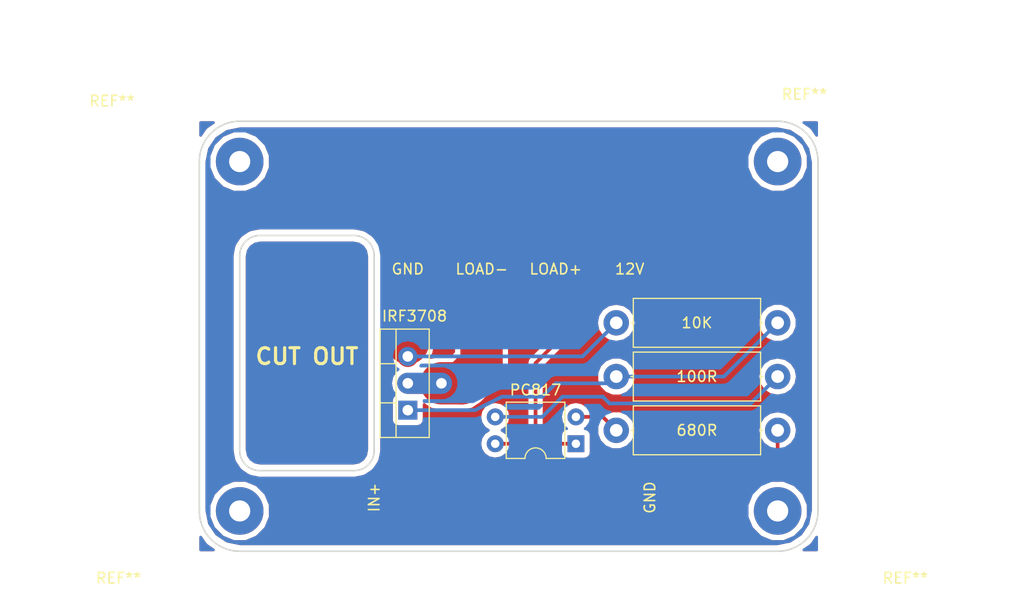
<source format=kicad_pcb>
(kicad_pcb (version 4) (host pcbnew 4.0.5)

  (general
    (links 11)
    (no_connects 0)
    (area 133.274999 58.344999 191.845001 99.135001)
    (thickness 1.6)
    (drawings 21)
    (tracks 44)
    (zones 0)
    (modules 15)
    (nets 9)
  )

  (page A4)
  (layers
    (0 F.Cu signal)
    (31 B.Cu signal)
    (32 B.Adhes user)
    (33 F.Adhes user)
    (34 B.Paste user)
    (35 F.Paste user)
    (36 B.SilkS user)
    (37 F.SilkS user)
    (38 B.Mask user)
    (39 F.Mask user)
    (40 Dwgs.User user)
    (41 Cmts.User user)
    (42 Eco1.User user)
    (43 Eco2.User user)
    (44 Edge.Cuts user)
    (45 Margin user)
    (46 B.CrtYd user)
    (47 F.CrtYd user)
    (48 B.Fab user)
    (49 F.Fab user)
  )

  (setup
    (last_trace_width 0.1524)
    (user_trace_width 0.35)
    (user_trace_width 2)
    (user_trace_width 3)
    (user_trace_width 4)
    (user_trace_width 5)
    (user_trace_width 6)
    (trace_clearance 0.1524)
    (zone_clearance 0.5)
    (zone_45_only no)
    (trace_min 0.1524)
    (segment_width 0.2)
    (edge_width 0.15)
    (via_size 0.6858)
    (via_drill 0.3302)
    (via_min_size 0.6858)
    (via_min_drill 0.3302)
    (user_via 2 1)
    (user_via 3 2)
    (user_via 4 3)
    (user_via 6 5)
    (uvia_size 0.762)
    (uvia_drill 0.508)
    (uvias_allowed no)
    (uvia_min_size 0.01016)
    (uvia_min_drill 0.00254)
    (pcb_text_width 0.3)
    (pcb_text_size 1.5 1.5)
    (mod_edge_width 0.15)
    (mod_text_size 1 1)
    (mod_text_width 0.15)
    (pad_size 1.524 1.524)
    (pad_drill 0.762)
    (pad_to_mask_clearance 0.2)
    (aux_axis_origin 0 0)
    (visible_elements 7FFFFFFF)
    (pcbplotparams
      (layerselection 0x010f0_80000001)
      (usegerberextensions false)
      (excludeedgelayer true)
      (linewidth 0.100000)
      (plotframeref false)
      (viasonmask false)
      (mode 1)
      (useauxorigin false)
      (hpglpennumber 1)
      (hpglpenspeed 20)
      (hpglpendiameter 15)
      (hpglpenoverlay 2)
      (psnegative false)
      (psa4output false)
      (plotreference true)
      (plotvalue true)
      (plotinvisibletext false)
      (padsonsilk false)
      (subtractmaskfromsilk false)
      (outputformat 5)
      (mirror false)
      (drillshape 0)
      (scaleselection 1)
      (outputdirectory ""))
  )

  (net 0 "")
  (net 1 "Net-(12V1-Pad1)")
  (net 2 "Net-(GND1-Pad1)")
  (net 3 "Net-(GND2-Pad1)")
  (net 4 "Net-(IRF3708-Pad1)")
  (net 5 "Net-(IRF3708-Pad2)")
  (net 6 "Net-(OC1-Pad3)")
  (net 7 "Net-(OC1-Pad2)")
  (net 8 "Net-(IN1-Pad1)")

  (net_class Default "Dies ist die voreingestellte Netzklasse."
    (clearance 0.1524)
    (trace_width 0.1524)
    (via_dia 0.6858)
    (via_drill 0.3302)
    (uvia_dia 0.762)
    (uvia_drill 0.508)
    (add_net "Net-(GND1-Pad1)")
    (add_net "Net-(IN1-Pad1)")
    (add_net "Net-(IRF3708-Pad1)")
    (add_net "Net-(OC1-Pad2)")
    (add_net "Net-(OC1-Pad3)")
  )

  (net_class Hochstrom ""
    (clearance 0.2)
    (trace_width 2)
    (via_dia 0.6858)
    (via_drill 0.3302)
    (uvia_dia 0.762)
    (uvia_drill 0.508)
    (add_net "Net-(12V1-Pad1)")
    (add_net "Net-(GND2-Pad1)")
    (add_net "Net-(IRF3708-Pad2)")
  )

  (module Wire_Pads:SolderWirePad_single_2mmDrill (layer F.Cu) (tedit 593EBDDC) (tstamp 593EBD45)
    (at 187.96 95.25)
    (fp_text reference REF** (at 12.065 6.35) (layer F.SilkS)
      (effects (font (size 1 1) (thickness 0.15)))
    )
    (fp_text value SolderWirePad_single_2mmDrill (at 8.89 8.89) (layer F.Fab)
      (effects (font (size 1 1) (thickness 0.15)))
    )
    (pad 1 thru_hole circle (at 0 0) (size 4.50088 4.50088) (drill 1.99898) (layers *.Cu *.Mask))
  )

  (module Wire_Pads:SolderWirePad_single_2mmDrill (layer F.Cu) (tedit 593EBDC0) (tstamp 593EBD39)
    (at 187.96 62.23)
    (fp_text reference REF** (at 2.54 -6.35) (layer F.SilkS)
      (effects (font (size 1 1) (thickness 0.15)))
    )
    (fp_text value SolderWirePad_single_2mmDrill (at 11.43 -8.89) (layer F.Fab)
      (effects (font (size 1 1) (thickness 0.15)))
    )
    (pad 1 thru_hole circle (at 0 0) (size 4.50088 4.50088) (drill 1.99898) (layers *.Cu *.Mask))
  )

  (module Wire_Pads:SolderWirePad_single_2mmDrill (layer F.Cu) (tedit 593EBDD9) (tstamp 593EBD14)
    (at 137.16 95.25)
    (fp_text reference REF** (at -11.43 6.35) (layer F.SilkS)
      (effects (font (size 1 1) (thickness 0.15)))
    )
    (fp_text value SolderWirePad_single_2mmDrill (at -9.525 8.89) (layer F.Fab)
      (effects (font (size 1 1) (thickness 0.15)))
    )
    (pad 1 thru_hole circle (at 0 0) (size 4.50088 4.50088) (drill 1.99898) (layers *.Cu *.Mask))
  )

  (module Wire_Pads:SolderWirePad_single_SMD_5x10mm (layer F.Cu) (tedit 593EC2FB) (tstamp 593E8226)
    (at 173.99 66.04)
    (descr "Wire Pad, Square, SMD Pad,  5mm x 10mm,")
    (tags "MesurementPoint Square SMDPad 5mmx10mm ")
    (path /593E811F)
    (attr smd)
    (fp_text reference 12V (at 0 6.35) (layer F.SilkS)
      (effects (font (size 1 1) (thickness 0.15)))
    )
    (fp_text value 12V (at 0 6.35) (layer F.Fab)
      (effects (font (size 1 1) (thickness 0.15)))
    )
    (fp_line (start 2.75 -5.25) (end -2.75 -5.25) (layer F.CrtYd) (width 0.05))
    (fp_line (start 2.75 5.25) (end 2.75 -5.25) (layer F.CrtYd) (width 0.05))
    (fp_line (start -2.75 5.25) (end 2.75 5.25) (layer F.CrtYd) (width 0.05))
    (fp_line (start -2.75 -5.25) (end -2.75 5.25) (layer F.CrtYd) (width 0.05))
    (pad 1 smd rect (at 0 0) (size 5 10) (layers F.Cu F.Paste F.Mask)
      (net 1 "Net-(12V1-Pad1)"))
  )

  (module Wire_Pads:SolderWirePad_single_SMD_5x10mm (layer F.Cu) (tedit 593EC320) (tstamp 593E822F)
    (at 168.91 93.98 270)
    (descr "Wire Pad, Square, SMD Pad,  5mm x 10mm,")
    (tags "MesurementPoint Square SMDPad 5mmx10mm ")
    (path /593E8257)
    (attr smd)
    (fp_text reference GND (at 0 -6.985 270) (layer F.SilkS)
      (effects (font (size 1 1) (thickness 0.15)))
    )
    (fp_text value GND (at 0 -6.985 450) (layer F.Fab)
      (effects (font (size 1 1) (thickness 0.15)))
    )
    (fp_line (start 2.75 -5.25) (end -2.75 -5.25) (layer F.CrtYd) (width 0.05))
    (fp_line (start 2.75 5.25) (end 2.75 -5.25) (layer F.CrtYd) (width 0.05))
    (fp_line (start -2.75 5.25) (end 2.75 5.25) (layer F.CrtYd) (width 0.05))
    (fp_line (start -2.75 -5.25) (end -2.75 5.25) (layer F.CrtYd) (width 0.05))
    (pad 1 smd rect (at 0 0 270) (size 5 10) (layers F.Cu F.Paste F.Mask)
      (net 2 "Net-(GND1-Pad1)"))
  )

  (module Wire_Pads:SolderWirePad_single_SMD_5x10mm (layer F.Cu) (tedit 593EC2EE) (tstamp 593E8238)
    (at 153.035 66.04)
    (descr "Wire Pad, Square, SMD Pad,  5mm x 10mm,")
    (tags "MesurementPoint Square SMDPad 5mmx10mm ")
    (path /593E839B)
    (attr smd)
    (fp_text reference GND (at 0 6.35) (layer F.SilkS)
      (effects (font (size 1 1) (thickness 0.15)))
    )
    (fp_text value GND (at 0 6.35) (layer F.Fab)
      (effects (font (size 1 1) (thickness 0.15)))
    )
    (fp_line (start 2.75 -5.25) (end -2.75 -5.25) (layer F.CrtYd) (width 0.05))
    (fp_line (start 2.75 5.25) (end 2.75 -5.25) (layer F.CrtYd) (width 0.05))
    (fp_line (start -2.75 5.25) (end 2.75 5.25) (layer F.CrtYd) (width 0.05))
    (fp_line (start -2.75 -5.25) (end -2.75 5.25) (layer F.CrtYd) (width 0.05))
    (pad 1 smd rect (at 0 0) (size 5 10) (layers F.Cu F.Paste F.Mask)
      (net 3 "Net-(GND2-Pad1)"))
  )

  (module TO_SOT_Packages_THT:TO-220_Vertical (layer F.Cu) (tedit 593EC392) (tstamp 593E825B)
    (at 153.035 85.725 90)
    (descr "TO-220, Vertical, RM 2.54mm")
    (tags "TO-220 Vertical RM 2.54mm")
    (path /593E99C3)
    (fp_text reference IRF3708 (at 8.89 0.635 180) (layer F.SilkS)
      (effects (font (size 1 1) (thickness 0.15)))
    )
    (fp_text value NMOS_GDS (at -3.81 1.27 180) (layer F.Fab)
      (effects (font (size 1 1) (thickness 0.15)))
    )
    (fp_text user %R (at 8.89 0.635 180) (layer F.Fab)
      (effects (font (size 1 1) (thickness 0.15)))
    )
    (fp_line (start -2.46 -2.5) (end -2.46 1.9) (layer F.Fab) (width 0.1))
    (fp_line (start -2.46 1.9) (end 7.54 1.9) (layer F.Fab) (width 0.1))
    (fp_line (start 7.54 1.9) (end 7.54 -2.5) (layer F.Fab) (width 0.1))
    (fp_line (start 7.54 -2.5) (end -2.46 -2.5) (layer F.Fab) (width 0.1))
    (fp_line (start -2.46 -1.23) (end 7.54 -1.23) (layer F.Fab) (width 0.1))
    (fp_line (start 0.69 -2.5) (end 0.69 -1.23) (layer F.Fab) (width 0.1))
    (fp_line (start 4.39 -2.5) (end 4.39 -1.23) (layer F.Fab) (width 0.1))
    (fp_line (start -2.58 -2.62) (end 7.66 -2.62) (layer F.SilkS) (width 0.12))
    (fp_line (start -2.58 2.021) (end 7.66 2.021) (layer F.SilkS) (width 0.12))
    (fp_line (start -2.58 -2.62) (end -2.58 2.021) (layer F.SilkS) (width 0.12))
    (fp_line (start 7.66 -2.62) (end 7.66 2.021) (layer F.SilkS) (width 0.12))
    (fp_line (start -2.58 -1.11) (end 7.66 -1.11) (layer F.SilkS) (width 0.12))
    (fp_line (start 0.69 -2.62) (end 0.69 -1.11) (layer F.SilkS) (width 0.12))
    (fp_line (start 4.391 -2.62) (end 4.391 -1.11) (layer F.SilkS) (width 0.12))
    (fp_line (start -2.71 -2.75) (end -2.71 2.16) (layer F.CrtYd) (width 0.05))
    (fp_line (start -2.71 2.16) (end 7.79 2.16) (layer F.CrtYd) (width 0.05))
    (fp_line (start 7.79 2.16) (end 7.79 -2.75) (layer F.CrtYd) (width 0.05))
    (fp_line (start 7.79 -2.75) (end -2.71 -2.75) (layer F.CrtYd) (width 0.05))
    (pad 1 thru_hole rect (at 0 0 90) (size 1.8 1.8) (drill 1) (layers *.Cu *.Mask)
      (net 4 "Net-(IRF3708-Pad1)"))
    (pad 2 thru_hole oval (at 2.54 0 90) (size 1.8 1.8) (drill 1) (layers *.Cu *.Mask)
      (net 5 "Net-(IRF3708-Pad2)"))
    (pad 3 thru_hole oval (at 5.08 0 90) (size 1.8 1.8) (drill 1) (layers *.Cu *.Mask)
      (net 3 "Net-(GND2-Pad1)"))
    (model ${KISYS3DMOD}/TO_SOT_Packages_THT.3dshapes/TO-220_Vertical.wrl
      (at (xyz 0.1 0 0))
      (scale (xyz 0.393701 0.393701 0.393701))
      (rotate (xyz 0 0 0))
    )
  )

  (module Housings_DIP:DIP-4_W7.62mm (layer F.Cu) (tedit 593EC42C) (tstamp 593E8285)
    (at 168.91 88.9 180)
    (descr "4-lead dip package, row spacing 7.62 mm (300 mils)")
    (tags "DIL DIP PDIP 2.54mm 7.62mm 300mil")
    (path /593DB113)
    (fp_text reference PC817 (at 3.81 5.08 180) (layer F.SilkS)
      (effects (font (size 1 1) (thickness 0.15)))
    )
    (fp_text value PC817 (at 3.81 5.08 180) (layer F.Fab)
      (effects (font (size 1 1) (thickness 0.15)))
    )
    (fp_text user %R (at 3.81 0 180) (layer F.Fab)
      (effects (font (size 1 1) (thickness 0.15)))
    )
    (fp_line (start 1.635 -1.27) (end 6.985 -1.27) (layer F.Fab) (width 0.1))
    (fp_line (start 6.985 -1.27) (end 6.985 3.81) (layer F.Fab) (width 0.1))
    (fp_line (start 6.985 3.81) (end 0.635 3.81) (layer F.Fab) (width 0.1))
    (fp_line (start 0.635 3.81) (end 0.635 -0.27) (layer F.Fab) (width 0.1))
    (fp_line (start 0.635 -0.27) (end 1.635 -1.27) (layer F.Fab) (width 0.1))
    (fp_line (start 2.81 -1.39) (end 1.04 -1.39) (layer F.SilkS) (width 0.12))
    (fp_line (start 1.04 -1.39) (end 1.04 3.93) (layer F.SilkS) (width 0.12))
    (fp_line (start 1.04 3.93) (end 6.58 3.93) (layer F.SilkS) (width 0.12))
    (fp_line (start 6.58 3.93) (end 6.58 -1.39) (layer F.SilkS) (width 0.12))
    (fp_line (start 6.58 -1.39) (end 4.81 -1.39) (layer F.SilkS) (width 0.12))
    (fp_line (start -1.1 -1.6) (end -1.1 4.1) (layer F.CrtYd) (width 0.05))
    (fp_line (start -1.1 4.1) (end 8.7 4.1) (layer F.CrtYd) (width 0.05))
    (fp_line (start 8.7 4.1) (end 8.7 -1.6) (layer F.CrtYd) (width 0.05))
    (fp_line (start 8.7 -1.6) (end -1.1 -1.6) (layer F.CrtYd) (width 0.05))
    (fp_arc (start 3.81 -1.39) (end 2.81 -1.39) (angle -180) (layer F.SilkS) (width 0.12))
    (pad 1 thru_hole rect (at 0 0 180) (size 1.6 1.6) (drill 0.8) (layers *.Cu *.Mask)
      (net 8 "Net-(IN1-Pad1)"))
    (pad 3 thru_hole oval (at 7.62 2.54 180) (size 1.6 1.6) (drill 0.8) (layers *.Cu *.Mask)
      (net 6 "Net-(OC1-Pad3)"))
    (pad 2 thru_hole oval (at 0 2.54 180) (size 1.6 1.6) (drill 0.8) (layers *.Cu *.Mask)
      (net 7 "Net-(OC1-Pad2)"))
    (pad 4 thru_hole oval (at 7.62 0 180) (size 1.6 1.6) (drill 0.8) (layers *.Cu *.Mask)
      (net 1 "Net-(12V1-Pad1)"))
    (model ${KISYS3DMOD}/Housings_DIP.3dshapes/DIP-4_W7.62mm.wrl
      (at (xyz 0 0 0))
      (scale (xyz 1 1 1))
      (rotate (xyz 0 0 0))
    )
  )

  (module Resistors_THT:R_Axial_DIN0414_L11.9mm_D4.5mm_P15.24mm_Horizontal (layer F.Cu) (tedit 593EC371) (tstamp 593E829B)
    (at 172.72 82.55)
    (descr "Resistor, Axial_DIN0414 series, Axial, Horizontal, pin pitch=15.24mm, 2W, length*diameter=11.9*4.5mm^2, http://www.vishay.com/docs/20128/wkxwrx.pdf")
    (tags "Resistor Axial_DIN0414 series Axial Horizontal pin pitch 15.24mm 2W length 11.9mm diameter 4.5mm")
    (path /593DA5F1)
    (fp_text reference 100R (at 7.62 0) (layer F.SilkS)
      (effects (font (size 1 1) (thickness 0.15)))
    )
    (fp_text value 100R (at 7.62 0) (layer F.Fab)
      (effects (font (size 1 1) (thickness 0.15)))
    )
    (fp_line (start 1.67 -2.25) (end 1.67 2.25) (layer F.Fab) (width 0.1))
    (fp_line (start 1.67 2.25) (end 13.57 2.25) (layer F.Fab) (width 0.1))
    (fp_line (start 13.57 2.25) (end 13.57 -2.25) (layer F.Fab) (width 0.1))
    (fp_line (start 13.57 -2.25) (end 1.67 -2.25) (layer F.Fab) (width 0.1))
    (fp_line (start 0 0) (end 1.67 0) (layer F.Fab) (width 0.1))
    (fp_line (start 15.24 0) (end 13.57 0) (layer F.Fab) (width 0.1))
    (fp_line (start 1.61 -2.31) (end 1.61 2.31) (layer F.SilkS) (width 0.12))
    (fp_line (start 1.61 2.31) (end 13.63 2.31) (layer F.SilkS) (width 0.12))
    (fp_line (start 13.63 2.31) (end 13.63 -2.31) (layer F.SilkS) (width 0.12))
    (fp_line (start 13.63 -2.31) (end 1.61 -2.31) (layer F.SilkS) (width 0.12))
    (fp_line (start 1.38 0) (end 1.61 0) (layer F.SilkS) (width 0.12))
    (fp_line (start 13.86 0) (end 13.63 0) (layer F.SilkS) (width 0.12))
    (fp_line (start -1.45 -2.6) (end -1.45 2.6) (layer F.CrtYd) (width 0.05))
    (fp_line (start -1.45 2.6) (end 16.7 2.6) (layer F.CrtYd) (width 0.05))
    (fp_line (start 16.7 2.6) (end 16.7 -2.6) (layer F.CrtYd) (width 0.05))
    (fp_line (start 16.7 -2.6) (end -1.45 -2.6) (layer F.CrtYd) (width 0.05))
    (pad 1 thru_hole circle (at 0 0) (size 2.4 2.4) (drill 1.2) (layers *.Cu *.Mask)
      (net 4 "Net-(IRF3708-Pad1)"))
    (pad 2 thru_hole oval (at 15.24 0) (size 2.4 2.4) (drill 1.2) (layers *.Cu *.Mask)
      (net 6 "Net-(OC1-Pad3)"))
    (model Resistors_THT.3dshapes/R_Axial_DIN0414_L11.9mm_D4.5mm_P15.24mm_Horizontal.wrl
      (at (xyz 0 0 0))
      (scale (xyz 0.393701 0.393701 0.393701))
      (rotate (xyz 0 0 0))
    )
  )

  (module Resistors_THT:R_Axial_DIN0414_L11.9mm_D4.5mm_P15.24mm_Horizontal (layer F.Cu) (tedit 593EC37B) (tstamp 593E82C7)
    (at 187.96 77.47 180)
    (descr "Resistor, Axial_DIN0414 series, Axial, Horizontal, pin pitch=15.24mm, 2W, length*diameter=11.9*4.5mm^2, http://www.vishay.com/docs/20128/wkxwrx.pdf")
    (tags "Resistor Axial_DIN0414 series Axial Horizontal pin pitch 15.24mm 2W length 11.9mm diameter 4.5mm")
    (path /593DA53C)
    (fp_text reference 10K (at 7.62 0 180) (layer F.SilkS)
      (effects (font (size 1 1) (thickness 0.15)))
    )
    (fp_text value 10K (at 7.62 0 180) (layer F.Fab)
      (effects (font (size 1 1) (thickness 0.15)))
    )
    (fp_line (start 1.67 -2.25) (end 1.67 2.25) (layer F.Fab) (width 0.1))
    (fp_line (start 1.67 2.25) (end 13.57 2.25) (layer F.Fab) (width 0.1))
    (fp_line (start 13.57 2.25) (end 13.57 -2.25) (layer F.Fab) (width 0.1))
    (fp_line (start 13.57 -2.25) (end 1.67 -2.25) (layer F.Fab) (width 0.1))
    (fp_line (start 0 0) (end 1.67 0) (layer F.Fab) (width 0.1))
    (fp_line (start 15.24 0) (end 13.57 0) (layer F.Fab) (width 0.1))
    (fp_line (start 1.61 -2.31) (end 1.61 2.31) (layer F.SilkS) (width 0.12))
    (fp_line (start 1.61 2.31) (end 13.63 2.31) (layer F.SilkS) (width 0.12))
    (fp_line (start 13.63 2.31) (end 13.63 -2.31) (layer F.SilkS) (width 0.12))
    (fp_line (start 13.63 -2.31) (end 1.61 -2.31) (layer F.SilkS) (width 0.12))
    (fp_line (start 1.38 0) (end 1.61 0) (layer F.SilkS) (width 0.12))
    (fp_line (start 13.86 0) (end 13.63 0) (layer F.SilkS) (width 0.12))
    (fp_line (start -1.45 -2.6) (end -1.45 2.6) (layer F.CrtYd) (width 0.05))
    (fp_line (start -1.45 2.6) (end 16.7 2.6) (layer F.CrtYd) (width 0.05))
    (fp_line (start 16.7 2.6) (end 16.7 -2.6) (layer F.CrtYd) (width 0.05))
    (fp_line (start 16.7 -2.6) (end -1.45 -2.6) (layer F.CrtYd) (width 0.05))
    (pad 1 thru_hole circle (at 0 0 180) (size 2.4 2.4) (drill 1.2) (layers *.Cu *.Mask)
      (net 4 "Net-(IRF3708-Pad1)"))
    (pad 2 thru_hole oval (at 15.24 0 180) (size 2.4 2.4) (drill 1.2) (layers *.Cu *.Mask)
      (net 3 "Net-(GND2-Pad1)"))
    (model Resistors_THT.3dshapes/R_Axial_DIN0414_L11.9mm_D4.5mm_P15.24mm_Horizontal.wrl
      (at (xyz 0 0 0))
      (scale (xyz 0.393701 0.393701 0.393701))
      (rotate (xyz 0 0 0))
    )
  )

  (module Resistors_THT:R_Axial_DIN0414_L11.9mm_D4.5mm_P15.24mm_Horizontal (layer F.Cu) (tedit 593EC361) (tstamp 593E82DD)
    (at 172.72 87.63)
    (descr "Resistor, Axial_DIN0414 series, Axial, Horizontal, pin pitch=15.24mm, 2W, length*diameter=11.9*4.5mm^2, http://www.vishay.com/docs/20128/wkxwrx.pdf")
    (tags "Resistor Axial_DIN0414 series Axial Horizontal pin pitch 15.24mm 2W length 11.9mm diameter 4.5mm")
    (path /593E7BFE)
    (fp_text reference 680R (at 7.62 0) (layer F.SilkS)
      (effects (font (size 1 1) (thickness 0.15)))
    )
    (fp_text value 680R (at 7.62 0) (layer F.Fab)
      (effects (font (size 1 1) (thickness 0.15)))
    )
    (fp_line (start 1.67 -2.25) (end 1.67 2.25) (layer F.Fab) (width 0.1))
    (fp_line (start 1.67 2.25) (end 13.57 2.25) (layer F.Fab) (width 0.1))
    (fp_line (start 13.57 2.25) (end 13.57 -2.25) (layer F.Fab) (width 0.1))
    (fp_line (start 13.57 -2.25) (end 1.67 -2.25) (layer F.Fab) (width 0.1))
    (fp_line (start 0 0) (end 1.67 0) (layer F.Fab) (width 0.1))
    (fp_line (start 15.24 0) (end 13.57 0) (layer F.Fab) (width 0.1))
    (fp_line (start 1.61 -2.31) (end 1.61 2.31) (layer F.SilkS) (width 0.12))
    (fp_line (start 1.61 2.31) (end 13.63 2.31) (layer F.SilkS) (width 0.12))
    (fp_line (start 13.63 2.31) (end 13.63 -2.31) (layer F.SilkS) (width 0.12))
    (fp_line (start 13.63 -2.31) (end 1.61 -2.31) (layer F.SilkS) (width 0.12))
    (fp_line (start 1.38 0) (end 1.61 0) (layer F.SilkS) (width 0.12))
    (fp_line (start 13.86 0) (end 13.63 0) (layer F.SilkS) (width 0.12))
    (fp_line (start -1.45 -2.6) (end -1.45 2.6) (layer F.CrtYd) (width 0.05))
    (fp_line (start -1.45 2.6) (end 16.7 2.6) (layer F.CrtYd) (width 0.05))
    (fp_line (start 16.7 2.6) (end 16.7 -2.6) (layer F.CrtYd) (width 0.05))
    (fp_line (start 16.7 -2.6) (end -1.45 -2.6) (layer F.CrtYd) (width 0.05))
    (pad 1 thru_hole circle (at 0 0) (size 2.4 2.4) (drill 1.2) (layers *.Cu *.Mask)
      (net 7 "Net-(OC1-Pad2)"))
    (pad 2 thru_hole oval (at 15.24 0) (size 2.4 2.4) (drill 1.2) (layers *.Cu *.Mask)
      (net 2 "Net-(GND1-Pad1)"))
    (model Resistors_THT.3dshapes/R_Axial_DIN0414_L11.9mm_D4.5mm_P15.24mm_Horizontal.wrl
      (at (xyz 0 0 0))
      (scale (xyz 0.393701 0.393701 0.393701))
      (rotate (xyz 0 0 0))
    )
  )

  (module Wire_Pads:SolderWirePad_single_SMD_5x10mm (layer F.Cu) (tedit 593EC338) (tstamp 593E9067)
    (at 156.21 93.98 270)
    (descr "Wire Pad, Square, SMD Pad,  5mm x 10mm,")
    (tags "MesurementPoint Square SMDPad 5mmx10mm ")
    (path /593E821D)
    (attr smd)
    (fp_text reference IN+ (at 0 6.35 270) (layer F.SilkS)
      (effects (font (size 1 1) (thickness 0.15)))
    )
    (fp_text value IN+ (at 0 6.35 270) (layer F.Fab)
      (effects (font (size 1 1) (thickness 0.15)))
    )
    (fp_line (start 2.75 -5.25) (end -2.75 -5.25) (layer F.CrtYd) (width 0.05))
    (fp_line (start 2.75 5.25) (end 2.75 -5.25) (layer F.CrtYd) (width 0.05))
    (fp_line (start -2.75 5.25) (end 2.75 5.25) (layer F.CrtYd) (width 0.05))
    (fp_line (start -2.75 -5.25) (end -2.75 5.25) (layer F.CrtYd) (width 0.05))
    (pad 1 smd rect (at 0 0 270) (size 5 10) (layers F.Cu F.Paste F.Mask)
      (net 8 "Net-(IN1-Pad1)"))
  )

  (module Wire_Pads:SolderWirePad_single_SMD_5x10mm (layer F.Cu) (tedit 593EC2CF) (tstamp 593E9070)
    (at 167.005 66.04)
    (descr "Wire Pad, Square, SMD Pad,  5mm x 10mm,")
    (tags "MesurementPoint Square SMDPad 5mmx10mm ")
    (path /593E84B2)
    (attr smd)
    (fp_text reference LOAD+ (at 0 6.35) (layer F.SilkS)
      (effects (font (size 1 1) (thickness 0.15)))
    )
    (fp_text value LOAD+ (at 0 6.35) (layer F.Fab)
      (effects (font (size 1 1) (thickness 0.15)))
    )
    (fp_line (start 2.75 -5.25) (end -2.75 -5.25) (layer F.CrtYd) (width 0.05))
    (fp_line (start 2.75 5.25) (end 2.75 -5.25) (layer F.CrtYd) (width 0.05))
    (fp_line (start -2.75 5.25) (end 2.75 5.25) (layer F.CrtYd) (width 0.05))
    (fp_line (start -2.75 -5.25) (end -2.75 5.25) (layer F.CrtYd) (width 0.05))
    (pad 1 smd rect (at 0 0) (size 5 10) (layers F.Cu F.Paste F.Mask)
      (net 1 "Net-(12V1-Pad1)"))
  )

  (module Wire_Pads:SolderWirePad_single_SMD_5x10mm (layer F.Cu) (tedit 593EC2E0) (tstamp 593E9079)
    (at 160.02 66.04)
    (descr "Wire Pad, Square, SMD Pad,  5mm x 10mm,")
    (tags "MesurementPoint Square SMDPad 5mmx10mm ")
    (path /593E84F3)
    (attr smd)
    (fp_text reference LOAD- (at 0 6.35) (layer F.SilkS)
      (effects (font (size 1 1) (thickness 0.15)))
    )
    (fp_text value LOAD- (at 0 6.35 180) (layer F.Fab)
      (effects (font (size 1 1) (thickness 0.15)))
    )
    (fp_line (start 2.75 -5.25) (end -2.75 -5.25) (layer F.CrtYd) (width 0.05))
    (fp_line (start 2.75 5.25) (end 2.75 -5.25) (layer F.CrtYd) (width 0.05))
    (fp_line (start -2.75 5.25) (end 2.75 5.25) (layer F.CrtYd) (width 0.05))
    (fp_line (start -2.75 -5.25) (end -2.75 5.25) (layer F.CrtYd) (width 0.05))
    (pad 1 smd rect (at 0 0) (size 5 10) (layers F.Cu F.Paste F.Mask)
      (net 5 "Net-(IRF3708-Pad2)"))
  )

  (module Wire_Pads:SolderWirePad_single_2mmDrill (layer F.Cu) (tedit 593EBDC7) (tstamp 593EBCF4)
    (at 137.16 62.23)
    (fp_text reference REF** (at -12.065 -5.715) (layer F.SilkS)
      (effects (font (size 1 1) (thickness 0.15)))
    )
    (fp_text value SolderWirePad_single_2mmDrill (at -10.795 -7.62) (layer F.Fab)
      (effects (font (size 1 1) (thickness 0.15)))
    )
    (pad 1 thru_hole circle (at 0 0) (size 4.50088 4.50088) (drill 1.99898) (layers *.Cu *.Mask))
  )

  (gr_text "CUT OUT" (at 143.51 80.645) (layer F.SilkS)
    (effects (font (size 1.5 1.5) (thickness 0.3)))
  )
  (dimension 58.42 (width 0.3) (layer Dwgs.User)
    (gr_text "58,420 mm" (at 162.56 48.815) (layer Dwgs.User)
      (effects (font (size 1.5 1.5) (thickness 0.3)))
    )
    (feature1 (pts (xy 191.77 53.34) (xy 191.77 47.465)))
    (feature2 (pts (xy 133.35 53.34) (xy 133.35 47.465)))
    (crossbar (pts (xy 133.35 50.165) (xy 191.77 50.165)))
    (arrow1a (pts (xy 191.77 50.165) (xy 190.643496 50.751421)))
    (arrow1b (pts (xy 191.77 50.165) (xy 190.643496 49.578579)))
    (arrow2a (pts (xy 133.35 50.165) (xy 134.476504 50.751421)))
    (arrow2b (pts (xy 133.35 50.165) (xy 134.476504 49.578579)))
  )
  (dimension 17.78 (width 0.3) (layer Dwgs.User)
    (gr_text "17,780 mm" (at 182.88 54.53) (layer Dwgs.User)
      (effects (font (size 1.5 1.5) (thickness 0.3)))
    )
    (feature1 (pts (xy 191.77 58.42) (xy 191.77 53.18)))
    (feature2 (pts (xy 173.99 58.42) (xy 173.99 53.18)))
    (crossbar (pts (xy 173.99 55.88) (xy 191.77 55.88)))
    (arrow1a (pts (xy 191.77 55.88) (xy 190.643496 56.466421)))
    (arrow1b (pts (xy 191.77 55.88) (xy 190.643496 55.293579)))
    (arrow2a (pts (xy 173.99 55.88) (xy 175.116504 56.466421)))
    (arrow2b (pts (xy 173.99 55.88) (xy 175.116504 55.293579)))
  )
  (dimension 40.64 (width 0.3) (layer Dwgs.User)
    (gr_text "40,640 mm" (at 153.67 54.53) (layer Dwgs.User)
      (effects (font (size 1.5 1.5) (thickness 0.3)))
    )
    (feature1 (pts (xy 173.99 58.42) (xy 173.99 53.18)))
    (feature2 (pts (xy 133.35 58.42) (xy 133.35 53.18)))
    (crossbar (pts (xy 133.35 55.88) (xy 173.99 55.88)))
    (arrow1a (pts (xy 173.99 55.88) (xy 172.863496 56.466421)))
    (arrow1b (pts (xy 173.99 55.88) (xy 172.863496 55.293579)))
    (arrow2a (pts (xy 133.35 55.88) (xy 134.476504 56.466421)))
    (arrow2b (pts (xy 133.35 55.88) (xy 134.476504 55.293579)))
  )
  (dimension 40.64 (width 0.3) (layer Dwgs.User)
    (gr_text "40,640 mm" (at 130.095 78.74 270) (layer Dwgs.User)
      (effects (font (size 1.5 1.5) (thickness 0.3)))
    )
    (feature1 (pts (xy 133.35 99.06) (xy 128.745 99.06)))
    (feature2 (pts (xy 133.35 58.42) (xy 128.745 58.42)))
    (crossbar (pts (xy 131.445 58.42) (xy 131.445 99.06)))
    (arrow1a (pts (xy 131.445 99.06) (xy 130.858579 97.933496)))
    (arrow1b (pts (xy 131.445 99.06) (xy 132.031421 97.933496)))
    (arrow2a (pts (xy 131.445 58.42) (xy 130.858579 59.546504)))
    (arrow2b (pts (xy 131.445 58.42) (xy 132.031421 59.546504)))
  )
  (gr_line (start 133.35 62.23) (end 133.35 95.25) (angle 90) (layer Edge.Cuts) (width 0.15))
  (gr_arc (start 137.16 95.25) (end 137.16 99.06) (angle 90) (layer Edge.Cuts) (width 0.15))
  (gr_arc (start 137.16 62.23) (end 133.35 62.23) (angle 90) (layer Edge.Cuts) (width 0.15))
  (gr_arc (start 187.96 95.25) (end 191.77 95.25) (angle 90) (layer Edge.Cuts) (width 0.15))
  (gr_arc (start 187.96 62.23) (end 187.96 58.42) (angle 90) (layer Edge.Cuts) (width 0.15))
  (gr_line (start 187.96 58.42) (end 137.16 58.42) (angle 90) (layer Edge.Cuts) (width 0.15))
  (gr_line (start 191.77 95.25) (end 191.77 62.23) (angle 90) (layer Edge.Cuts) (width 0.15))
  (gr_line (start 187.96 99.06) (end 137.16 99.06) (angle 90) (layer Edge.Cuts) (width 0.15))
  (gr_line (start 147.955 69.215) (end 139.065 69.215) (angle 90) (layer Edge.Cuts) (width 0.15))
  (gr_line (start 149.86 89.535) (end 149.86 71.12) (angle 90) (layer Edge.Cuts) (width 0.15))
  (gr_line (start 147.955 91.44) (end 139.065 91.44) (angle 90) (layer Edge.Cuts) (width 0.15))
  (gr_arc (start 147.955 71.12) (end 147.955 69.215) (angle 90) (layer Edge.Cuts) (width 0.15))
  (gr_arc (start 139.065 71.12) (end 137.16 71.12) (angle 90) (layer Edge.Cuts) (width 0.15))
  (gr_line (start 137.16 89.535) (end 137.16 71.12) (angle 90) (layer Edge.Cuts) (width 0.15))
  (gr_arc (start 139.065 89.535) (end 139.065 91.44) (angle 90) (layer Edge.Cuts) (width 0.15))
  (gr_arc (start 147.955 89.535) (end 149.86 89.535) (angle 90) (layer Edge.Cuts) (width 0.15))

  (segment (start 167.005 66.04) (end 173.99 66.04) (width 5) (layer F.Cu) (net 1))
  (segment (start 161.29 88.9) (end 163.83 88.9) (width 0.35) (layer F.Cu) (net 1))
  (segment (start 167.005 79.375) (end 167.005 66.04) (width 0.35) (layer F.Cu) (net 1) (tstamp 593EA01E))
  (segment (start 165.1 81.28) (end 167.005 79.375) (width 0.35) (layer F.Cu) (net 1) (tstamp 593EA01C))
  (segment (start 165.1 87.63) (end 165.1 81.28) (width 0.35) (layer F.Cu) (net 1) (tstamp 593EA015))
  (segment (start 163.83 88.9) (end 165.1 87.63) (width 0.35) (layer F.Cu) (net 1) (tstamp 593EA010))
  (segment (start 168.91 93.98) (end 184.15 93.98) (width 0.35) (layer F.Cu) (net 2))
  (segment (start 187.96 90.805) (end 187.96 87.63) (width 0.35) (layer F.Cu) (net 2) (tstamp 593EA0B3))
  (segment (start 184.15 93.98) (end 187.96 90.805) (width 0.35) (layer F.Cu) (net 2) (tstamp 593EA0B0))
  (segment (start 153.035 80.645) (end 169.545 80.645) (width 0.35) (layer B.Cu) (net 3))
  (segment (start 169.545 80.645) (end 172.72 77.47) (width 0.35) (layer B.Cu) (net 3) (tstamp 593EA005))
  (segment (start 153.035 78.74) (end 153.035 79.375) (width 4) (layer F.Cu) (net 3))
  (segment (start 153.035 80.01) (end 153.035 80.645) (width 2) (layer F.Cu) (net 3))
  (segment (start 153.035 76.835) (end 153.035 66.04) (width 4) (layer F.Cu) (net 3) (tstamp 593E9F2F))
  (segment (start 153.035 79.375) (end 153.035 76.835) (width 4) (layer F.Cu) (net 3) (tstamp 593E9F2A))
  (segment (start 187.96 77.47) (end 182.88 82.55) (width 0.35) (layer B.Cu) (net 4))
  (segment (start 182.88 82.55) (end 172.72 82.55) (width 0.35) (layer B.Cu) (net 4) (tstamp 593E9E0A))
  (segment (start 172.72 82.55) (end 172.085 83.185) (width 0.35) (layer B.Cu) (net 4) (tstamp 593E9E12))
  (segment (start 172.085 83.185) (end 167.005 83.185) (width 0.35) (layer B.Cu) (net 4) (tstamp 593E9E14))
  (segment (start 167.005 83.185) (end 165.735 84.455) (width 0.35) (layer B.Cu) (net 4) (tstamp 593E9E17))
  (segment (start 165.735 84.455) (end 161.925 84.455) (width 0.35) (layer B.Cu) (net 4) (tstamp 593E9E1B))
  (segment (start 161.925 84.455) (end 159.385 85.725) (width 0.35) (layer B.Cu) (net 4) (tstamp 593E9E1D))
  (segment (start 159.385 85.725) (end 153.035 85.725) (width 0.35) (layer B.Cu) (net 4) (tstamp 593E9E21))
  (via (at 156.21 83.185) (size 2) (drill 1) (layers F.Cu B.Cu) (net 5))
  (segment (start 153.035 83.185) (end 156.21 83.185) (width 2) (layer B.Cu) (net 5))
  (segment (start 153.035 83.185) (end 156.21 83.185) (width 2) (layer F.Cu) (net 5))
  (segment (start 158.115 83.185) (end 156.21 83.185) (width 4) (layer F.Cu) (net 5) (tstamp 593EA17D))
  (segment (start 159.999337 81.300663) (end 158.115 83.185) (width 4) (layer F.Cu) (net 5) (tstamp 593EA17B))
  (segment (start 160.02 74.295) (end 159.999337 79.374916) (width 4) (layer F.Cu) (net 5) (tstamp 593E9FD9))
  (segment (start 160.02 74.295) (end 160.02 66.04) (width 4) (layer F.Cu) (net 5))
  (segment (start 159.999337 79.374916) (end 159.999337 81.300663) (width 4) (layer F.Cu) (net 5))
  (segment (start 161.29 86.36) (end 165.735 86.36) (width 0.35) (layer B.Cu) (net 6))
  (segment (start 185.42 85.09) (end 187.96 82.55) (width 0.35) (layer B.Cu) (net 6) (tstamp 593E9E00))
  (segment (start 172.085 85.09) (end 185.42 85.09) (width 0.35) (layer B.Cu) (net 6) (tstamp 593E9DFC))
  (segment (start 171.45 84.455) (end 172.085 85.09) (width 0.35) (layer B.Cu) (net 6) (tstamp 593E9DFB))
  (segment (start 167.64 84.455) (end 171.45 84.455) (width 0.35) (layer B.Cu) (net 6) (tstamp 593E9DF9))
  (segment (start 165.735 86.36) (end 167.64 84.455) (width 0.35) (layer B.Cu) (net 6) (tstamp 593E9DF5))
  (segment (start 168.91 86.36) (end 171.45 86.36) (width 0.35) (layer F.Cu) (net 7))
  (segment (start 171.45 86.36) (end 172.72 87.63) (width 0.35) (layer F.Cu) (net 7) (tstamp 593E9DDD))
  (segment (start 156.21 93.98) (end 159.385 93.98) (width 0.35) (layer F.Cu) (net 8))
  (segment (start 159.385 93.98) (end 163.195 90.17) (width 0.35) (layer F.Cu) (net 8) (tstamp 593EA0A2))
  (segment (start 163.195 90.17) (end 165.735 90.17) (width 0.35) (layer F.Cu) (net 8) (tstamp 593EA0A7))
  (segment (start 165.735 90.17) (end 167.005 88.9) (width 0.35) (layer F.Cu) (net 8) (tstamp 593EA0AC))
  (segment (start 167.005 88.9) (end 168.91 88.9) (width 0.35) (layer F.Cu) (net 8) (tstamp 593EA0AD))

  (zone (net 0) (net_name "") (layer F.Cu) (tstamp 593EA42B) (hatch edge 0.508)
    (connect_pads (clearance 0.5))
    (min_thickness 0.254)
    (fill yes (arc_segments 16) (thermal_gap 0.508) (thermal_bridge_width 0.508))
    (polygon
      (pts
        (xy 191.77 99.06) (xy 133.35 99.06) (xy 133.35 58.42) (xy 191.77 58.42)
      )
    )
    (filled_polygon
      (pts
        (xy 191.643 98.933) (xy 190.437616 98.933) (xy 191.044087 98.527769) (xy 191.237769 98.334087) (xy 191.643 97.727616)
      )
    )
    (filled_polygon
      (pts
        (xy 133.882231 98.334087) (xy 134.075913 98.527769) (xy 134.682384 98.933) (xy 133.477 98.933) (xy 133.477 97.727616)
      )
    )
    (filled_polygon
      (pts
        (xy 189.144117 59.371288) (xy 190.147963 60.042037) (xy 190.818712 61.045884) (xy 191.068 62.299139) (xy 191.068 95.180861)
        (xy 190.818712 96.434116) (xy 190.147963 97.437963) (xy 189.144117 98.108712) (xy 187.890861 98.358) (xy 137.229139 98.358)
        (xy 135.975884 98.108712) (xy 134.972037 97.437963) (xy 134.301288 96.434117) (xy 134.052 95.180861) (xy 134.052 94.687342)
        (xy 134.272336 94.687342) (xy 134.276827 95.835233) (xy 134.707467 96.874889) (xy 134.731455 96.890083) (xy 135.522304 97.682314)
        (xy 135.535111 97.702533) (xy 136.597342 98.137664) (xy 137.745233 98.133173) (xy 138.784889 97.702533) (xy 138.800083 97.678545)
        (xy 139.592314 96.887696) (xy 139.612533 96.874889) (xy 140.047664 95.812658) (xy 140.043173 94.664767) (xy 139.612533 93.625111)
        (xy 139.588545 93.609917) (xy 138.797696 92.817686) (xy 138.784889 92.797467) (xy 137.722658 92.362336) (xy 136.574767 92.366827)
        (xy 135.535111 92.797467) (xy 135.519917 92.821455) (xy 134.727686 93.612304) (xy 134.707467 93.625111) (xy 134.272336 94.687342)
        (xy 134.052 94.687342) (xy 134.052 71.12) (xy 136.458 71.12) (xy 136.458 89.535) (xy 136.471489 89.602813)
        (xy 136.471489 89.671953) (xy 136.616498 90.400965) (xy 136.616498 90.400966) (xy 136.721318 90.654023) (xy 137.134271 91.272049)
        (xy 137.327951 91.465729) (xy 137.945977 91.878682) (xy 138.199034 91.983502) (xy 138.199035 91.983502) (xy 138.928047 92.128511)
        (xy 138.997187 92.128511) (xy 139.065 92.142) (xy 147.955 92.142) (xy 148.022813 92.128511) (xy 148.091953 92.128511)
        (xy 148.820965 91.983502) (xy 148.820966 91.983502) (xy 149.074023 91.878682) (xy 149.670691 91.48) (xy 150.570717 91.48)
        (xy 150.570717 96.48) (xy 150.614437 96.712352) (xy 150.751757 96.925753) (xy 150.961283 97.068917) (xy 151.21 97.119283)
        (xy 161.21 97.119283) (xy 161.442352 97.075563) (xy 161.655753 96.938243) (xy 161.798917 96.728717) (xy 161.849283 96.48)
        (xy 161.849283 92.649917) (xy 163.435781 91.063418) (xy 163.321083 91.231283) (xy 163.270717 91.48) (xy 163.270717 96.48)
        (xy 163.314437 96.712352) (xy 163.451757 96.925753) (xy 163.661283 97.068917) (xy 163.91 97.119283) (xy 173.91 97.119283)
        (xy 174.142352 97.075563) (xy 174.355753 96.938243) (xy 174.498917 96.728717) (xy 174.549283 96.48) (xy 174.549283 94.782)
        (xy 184.15 94.782) (xy 184.268457 94.758437) (xy 184.388569 94.745695) (xy 184.420859 94.728122) (xy 184.456912 94.720951)
        (xy 184.55734 94.653847) (xy 184.663428 94.596113) (xy 185.34101 94.031461) (xy 185.072336 94.687342) (xy 185.076827 95.835233)
        (xy 185.507467 96.874889) (xy 185.531455 96.890083) (xy 186.322304 97.682314) (xy 186.335111 97.702533) (xy 187.397342 98.137664)
        (xy 188.545233 98.133173) (xy 189.584889 97.702533) (xy 189.600083 97.678545) (xy 190.392314 96.887696) (xy 190.412533 96.874889)
        (xy 190.847664 95.812658) (xy 190.843173 94.664767) (xy 190.412533 93.625111) (xy 190.388545 93.609917) (xy 189.597696 92.817686)
        (xy 189.584889 92.797467) (xy 188.522658 92.362336) (xy 187.374767 92.366827) (xy 187.302799 92.396637) (xy 188.473428 91.421113)
        (xy 188.496533 91.392524) (xy 188.5271 91.3721) (xy 188.594205 91.27167) (xy 188.670122 91.177734) (xy 188.680529 91.142476)
        (xy 188.700951 91.111912) (xy 188.724513 90.993456) (xy 188.758707 90.877609) (xy 188.754829 90.841052) (xy 188.762 90.805)
        (xy 188.762 89.273131) (xy 189.287677 88.921884) (xy 189.683721 88.329163) (xy 189.822793 87.63) (xy 189.683721 86.930837)
        (xy 189.287677 86.338116) (xy 188.694956 85.942072) (xy 187.995793 85.803) (xy 187.924207 85.803) (xy 187.225044 85.942072)
        (xy 186.632323 86.338116) (xy 186.236279 86.930837) (xy 186.097207 87.63) (xy 186.236279 88.329163) (xy 186.632323 88.921884)
        (xy 187.158 89.273131) (xy 187.158 90.429363) (xy 183.859636 93.178) (xy 174.549283 93.178) (xy 174.549283 91.48)
        (xy 174.505563 91.247648) (xy 174.368243 91.034247) (xy 174.158717 90.891083) (xy 173.91 90.840717) (xy 166.147025 90.840717)
        (xy 166.3021 90.7371) (xy 167.337199 89.702) (xy 167.471093 89.702) (xy 167.514437 89.932352) (xy 167.651757 90.145753)
        (xy 167.861283 90.288917) (xy 168.11 90.339283) (xy 169.71 90.339283) (xy 169.942352 90.295563) (xy 170.155753 90.158243)
        (xy 170.298917 89.948717) (xy 170.349283 89.7) (xy 170.349283 88.1) (xy 170.305563 87.867648) (xy 170.168243 87.654247)
        (xy 169.958717 87.511083) (xy 169.786585 87.476226) (xy 169.946998 87.369041) (xy 170.085339 87.162) (xy 170.936084 87.162)
        (xy 170.893318 87.264993) (xy 170.892684 87.991818) (xy 171.170242 88.66356) (xy 171.683736 89.177952) (xy 172.354993 89.456682)
        (xy 173.081818 89.457316) (xy 173.75356 89.179758) (xy 174.267952 88.666264) (xy 174.546682 87.995007) (xy 174.547316 87.268182)
        (xy 174.269758 86.59644) (xy 173.756264 86.082048) (xy 173.085007 85.803318) (xy 172.358182 85.802684) (xy 172.123749 85.89955)
        (xy 172.0171 85.7929) (xy 171.756912 85.619049) (xy 171.45 85.557999) (xy 171.449995 85.558) (xy 170.085339 85.558)
        (xy 169.946998 85.350959) (xy 169.484046 85.041624) (xy 168.937957 84.933) (xy 168.882043 84.933) (xy 168.335954 85.041624)
        (xy 167.873002 85.350959) (xy 167.563667 85.813911) (xy 167.455043 86.36) (xy 167.563667 86.906089) (xy 167.873002 87.369041)
        (xy 168.032133 87.475369) (xy 167.877648 87.504437) (xy 167.664247 87.641757) (xy 167.521083 87.851283) (xy 167.471122 88.098)
        (xy 167.005 88.098) (xy 166.698088 88.159049) (xy 166.4379 88.3329) (xy 166.437898 88.332903) (xy 165.4028 89.368)
        (xy 164.4962 89.368) (xy 165.667097 88.197102) (xy 165.6671 88.1971) (xy 165.840951 87.936912) (xy 165.902 87.63)
        (xy 165.902 82.911818) (xy 170.892684 82.911818) (xy 171.170242 83.58356) (xy 171.683736 84.097952) (xy 172.354993 84.376682)
        (xy 173.081818 84.377316) (xy 173.75356 84.099758) (xy 174.267952 83.586264) (xy 174.546682 82.915007) (xy 174.547 82.55)
        (xy 186.097207 82.55) (xy 186.236279 83.249163) (xy 186.632323 83.841884) (xy 187.225044 84.237928) (xy 187.924207 84.377)
        (xy 187.995793 84.377) (xy 188.694956 84.237928) (xy 189.287677 83.841884) (xy 189.683721 83.249163) (xy 189.822793 82.55)
        (xy 189.683721 81.850837) (xy 189.287677 81.258116) (xy 188.694956 80.862072) (xy 187.995793 80.723) (xy 187.924207 80.723)
        (xy 187.225044 80.862072) (xy 186.632323 81.258116) (xy 186.236279 81.850837) (xy 186.097207 82.55) (xy 174.547 82.55)
        (xy 174.547316 82.188182) (xy 174.269758 81.51644) (xy 173.756264 81.002048) (xy 173.085007 80.723318) (xy 172.358182 80.722684)
        (xy 171.68644 81.000242) (xy 171.172048 81.513736) (xy 170.893318 82.184993) (xy 170.892684 82.911818) (xy 165.902 82.911818)
        (xy 165.902 81.6122) (xy 167.5721 79.9421) (xy 167.745951 79.681912) (xy 167.807001 79.375) (xy 167.807 79.374995)
        (xy 167.807 77.47) (xy 170.857207 77.47) (xy 170.996279 78.169163) (xy 171.392323 78.761884) (xy 171.985044 79.157928)
        (xy 172.684207 79.297) (xy 172.755793 79.297) (xy 173.454956 79.157928) (xy 174.047677 78.761884) (xy 174.443721 78.169163)
        (xy 174.510823 77.831818) (xy 186.132684 77.831818) (xy 186.410242 78.50356) (xy 186.923736 79.017952) (xy 187.594993 79.296682)
        (xy 188.321818 79.297316) (xy 188.99356 79.019758) (xy 189.507952 78.506264) (xy 189.786682 77.835007) (xy 189.787316 77.108182)
        (xy 189.509758 76.43644) (xy 188.996264 75.922048) (xy 188.325007 75.643318) (xy 187.598182 75.642684) (xy 186.92644 75.920242)
        (xy 186.412048 76.433736) (xy 186.133318 77.104993) (xy 186.132684 77.831818) (xy 174.510823 77.831818) (xy 174.582793 77.47)
        (xy 174.443721 76.770837) (xy 174.047677 76.178116) (xy 173.454956 75.782072) (xy 172.755793 75.643) (xy 172.684207 75.643)
        (xy 171.985044 75.782072) (xy 171.392323 76.178116) (xy 170.996279 76.770837) (xy 170.857207 77.47) (xy 167.807 77.47)
        (xy 167.807 71.679283) (xy 169.505 71.679283) (xy 169.737352 71.635563) (xy 169.950753 71.498243) (xy 170.093917 71.288717)
        (xy 170.144283 71.04) (xy 170.144283 69.167) (xy 170.850717 69.167) (xy 170.850717 71.04) (xy 170.894437 71.272352)
        (xy 171.031757 71.485753) (xy 171.241283 71.628917) (xy 171.49 71.679283) (xy 176.49 71.679283) (xy 176.722352 71.635563)
        (xy 176.935753 71.498243) (xy 177.078917 71.288717) (xy 177.129283 71.04) (xy 177.129283 61.667342) (xy 185.072336 61.667342)
        (xy 185.076827 62.815233) (xy 185.507467 63.854889) (xy 185.531455 63.870083) (xy 186.322304 64.662314) (xy 186.335111 64.682533)
        (xy 187.397342 65.117664) (xy 188.545233 65.113173) (xy 189.584889 64.682533) (xy 189.600083 64.658545) (xy 190.392314 63.867696)
        (xy 190.412533 63.854889) (xy 190.847664 62.792658) (xy 190.843173 61.644767) (xy 190.412533 60.605111) (xy 190.388545 60.589917)
        (xy 189.597696 59.797686) (xy 189.584889 59.777467) (xy 188.522658 59.342336) (xy 187.374767 59.346827) (xy 186.335111 59.777467)
        (xy 186.319917 59.801455) (xy 185.527686 60.592304) (xy 185.507467 60.605111) (xy 185.072336 61.667342) (xy 177.129283 61.667342)
        (xy 177.129283 61.04) (xy 177.085563 60.807648) (xy 176.948243 60.594247) (xy 176.738717 60.451083) (xy 176.49 60.400717)
        (xy 171.49 60.400717) (xy 171.257648 60.444437) (xy 171.044247 60.581757) (xy 170.901083 60.791283) (xy 170.850717 61.04)
        (xy 170.850717 62.913) (xy 170.144283 62.913) (xy 170.144283 61.04) (xy 170.100563 60.807648) (xy 169.963243 60.594247)
        (xy 169.753717 60.451083) (xy 169.505 60.400717) (xy 164.505 60.400717) (xy 164.272648 60.444437) (xy 164.059247 60.581757)
        (xy 163.916083 60.791283) (xy 163.865717 61.04) (xy 163.865717 71.04) (xy 163.909437 71.272352) (xy 164.046757 71.485753)
        (xy 164.256283 71.628917) (xy 164.505 71.679283) (xy 166.203 71.679283) (xy 166.203 79.0428) (xy 164.5329 80.7129)
        (xy 164.359049 80.973088) (xy 164.297999 81.28) (xy 164.298 81.280005) (xy 164.298 87.297801) (xy 163.4978 88.098)
        (xy 162.465339 88.098) (xy 162.326998 87.890959) (xy 161.936446 87.63) (xy 162.326998 87.369041) (xy 162.636333 86.906089)
        (xy 162.744957 86.36) (xy 162.636333 85.813911) (xy 162.326998 85.350959) (xy 161.864046 85.041624) (xy 161.317957 84.933)
        (xy 161.262043 84.933) (xy 160.715954 85.041624) (xy 160.253002 85.350959) (xy 159.943667 85.813911) (xy 159.835043 86.36)
        (xy 159.943667 86.906089) (xy 160.253002 87.369041) (xy 160.643554 87.63) (xy 160.253002 87.890959) (xy 159.943667 88.353911)
        (xy 159.835043 88.9) (xy 159.943667 89.446089) (xy 160.253002 89.909041) (xy 160.715954 90.218376) (xy 161.262043 90.327)
        (xy 161.317957 90.327) (xy 161.864046 90.218376) (xy 162.311212 89.919589) (xy 161.359757 90.871043) (xy 161.21 90.840717)
        (xy 151.21 90.840717) (xy 150.977648 90.884437) (xy 150.764247 91.021757) (xy 150.621083 91.231283) (xy 150.570717 91.48)
        (xy 149.670691 91.48) (xy 149.692049 91.465729) (xy 149.885729 91.272049) (xy 150.298682 90.654023) (xy 150.403502 90.400966)
        (xy 150.403502 90.400965) (xy 150.548511 89.671953) (xy 150.548511 89.602813) (xy 150.562 89.535) (xy 150.562 80.149212)
        (xy 150.607968 80.380309) (xy 151.17743 81.23257) (xy 151.775391 81.632114) (xy 151.884537 81.795463) (xy 152.063437 81.915)
        (xy 151.884537 82.034537) (xy 151.531848 82.562374) (xy 151.408 83.185) (xy 151.531848 83.807626) (xy 151.84044 84.269467)
        (xy 151.689247 84.366757) (xy 151.546083 84.576283) (xy 151.495717 84.825) (xy 151.495717 86.625) (xy 151.539437 86.857352)
        (xy 151.676757 87.070753) (xy 151.886283 87.213917) (xy 152.135 87.264283) (xy 153.935 87.264283) (xy 154.167352 87.220563)
        (xy 154.380753 87.083243) (xy 154.523917 86.873717) (xy 154.574283 86.625) (xy 154.574283 85.190807) (xy 155.204691 85.612032)
        (xy 156.21 85.812) (xy 158.114995 85.812) (xy 158.115 85.812001) (xy 159.12031 85.612032) (xy 159.97257 85.04257)
        (xy 161.856904 83.158235) (xy 161.856907 83.158233) (xy 162.263315 82.55) (xy 162.426369 82.305973) (xy 162.626338 81.300663)
        (xy 162.626337 81.300658) (xy 162.626337 79.380192) (xy 162.646978 74.305685) (xy 162.645938 74.300341) (xy 162.647 74.295)
        (xy 162.647 71.655386) (xy 162.752352 71.635563) (xy 162.965753 71.498243) (xy 163.108917 71.288717) (xy 163.159283 71.04)
        (xy 163.159283 61.04) (xy 163.115563 60.807648) (xy 162.978243 60.594247) (xy 162.768717 60.451083) (xy 162.52 60.400717)
        (xy 157.52 60.400717) (xy 157.287648 60.444437) (xy 157.074247 60.581757) (xy 156.931083 60.791283) (xy 156.880717 61.04)
        (xy 156.880717 71.04) (xy 156.924437 71.272352) (xy 157.061757 71.485753) (xy 157.271283 71.628917) (xy 157.393 71.653565)
        (xy 157.393 74.289724) (xy 157.372359 79.364231) (xy 157.373399 79.369575) (xy 157.372337 79.374916) (xy 157.372337 80.212524)
        (xy 157.02686 80.558) (xy 156.21 80.558) (xy 155.210455 80.756822) (xy 155.462032 80.380309) (xy 155.662 79.375)
        (xy 155.662 71.655386) (xy 155.767352 71.635563) (xy 155.980753 71.498243) (xy 156.123917 71.288717) (xy 156.174283 71.04)
        (xy 156.174283 61.04) (xy 156.130563 60.807648) (xy 155.993243 60.594247) (xy 155.783717 60.451083) (xy 155.535 60.400717)
        (xy 150.535 60.400717) (xy 150.302648 60.444437) (xy 150.089247 60.581757) (xy 149.946083 60.791283) (xy 149.895717 61.04)
        (xy 149.895717 69.397899) (xy 149.885729 69.382951) (xy 149.692049 69.189271) (xy 149.074023 68.776318) (xy 148.820966 68.671498)
        (xy 148.820965 68.671498) (xy 148.091953 68.526489) (xy 148.022813 68.526489) (xy 147.955 68.513) (xy 139.065 68.513)
        (xy 138.997187 68.526489) (xy 138.928047 68.526489) (xy 138.199035 68.671498) (xy 138.199034 68.671498) (xy 137.945977 68.776318)
        (xy 137.327951 69.189271) (xy 137.134271 69.382951) (xy 136.721318 70.000977) (xy 136.721318 70.000978) (xy 136.616498 70.254035)
        (xy 136.471489 70.983047) (xy 136.471489 71.052187) (xy 136.458 71.12) (xy 134.052 71.12) (xy 134.052 62.299139)
        (xy 134.177672 61.667342) (xy 134.272336 61.667342) (xy 134.276827 62.815233) (xy 134.707467 63.854889) (xy 134.731455 63.870083)
        (xy 135.522304 64.662314) (xy 135.535111 64.682533) (xy 136.597342 65.117664) (xy 137.745233 65.113173) (xy 138.784889 64.682533)
        (xy 138.800083 64.658545) (xy 139.592314 63.867696) (xy 139.612533 63.854889) (xy 140.047664 62.792658) (xy 140.043173 61.644767)
        (xy 139.612533 60.605111) (xy 139.588545 60.589917) (xy 138.797696 59.797686) (xy 138.784889 59.777467) (xy 137.722658 59.342336)
        (xy 136.574767 59.346827) (xy 135.535111 59.777467) (xy 135.519917 59.801455) (xy 134.727686 60.592304) (xy 134.707467 60.605111)
        (xy 134.272336 61.667342) (xy 134.177672 61.667342) (xy 134.301288 61.045883) (xy 134.972037 60.042037) (xy 135.975884 59.371288)
        (xy 137.229139 59.122) (xy 187.890861 59.122)
      )
    )
    (filled_polygon
      (pts
        (xy 163.501258 90.997941) (xy 163.527199 90.972) (xy 163.541571 90.972)
      )
    )
    (filled_polygon
      (pts
        (xy 162.337546 89.893255) (xy 162.465339 89.702) (xy 162.528801 89.702)
      )
    )
    (filled_polygon
      (pts
        (xy 148.410105 70.021278) (xy 148.795924 70.279076) (xy 149.053722 70.664895) (xy 149.158 71.189139) (xy 149.158 89.465861)
        (xy 149.053722 89.990105) (xy 148.795924 90.375924) (xy 148.410105 90.633722) (xy 147.885861 90.738) (xy 139.134139 90.738)
        (xy 138.609895 90.633722) (xy 138.224076 90.375924) (xy 137.966278 89.990105) (xy 137.862 89.465861) (xy 137.862 71.189139)
        (xy 137.966278 70.664895) (xy 138.224076 70.279076) (xy 138.609895 70.021278) (xy 139.134139 69.917) (xy 147.885861 69.917)
      )
    )
    (filled_polygon
      (pts
        (xy 134.075913 58.952231) (xy 133.882231 59.145913) (xy 133.477 59.752384) (xy 133.477 58.547) (xy 134.682384 58.547)
      )
    )
    (filled_polygon
      (pts
        (xy 191.643 59.752384) (xy 191.237769 59.145913) (xy 191.044087 58.952231) (xy 190.437616 58.547) (xy 191.643 58.547)
      )
    )
  )
  (zone (net 0) (net_name "") (layer B.Cu) (tstamp 593EA45E) (hatch edge 0.508)
    (connect_pads (clearance 0.5))
    (min_thickness 0.254)
    (fill yes (arc_segments 16) (thermal_gap 0.508) (thermal_bridge_width 0.508))
    (polygon
      (pts
        (xy 191.77 99.06) (xy 133.35 99.06) (xy 133.35 58.42) (xy 191.77 58.42)
      )
    )
    (filled_polygon
      (pts
        (xy 191.643 98.933) (xy 190.437616 98.933) (xy 191.044087 98.527769) (xy 191.237769 98.334087) (xy 191.643 97.727616)
      )
    )
    (filled_polygon
      (pts
        (xy 133.882231 98.334087) (xy 134.075913 98.527769) (xy 134.682384 98.933) (xy 133.477 98.933) (xy 133.477 97.727616)
      )
    )
    (filled_polygon
      (pts
        (xy 189.144117 59.371288) (xy 190.147963 60.042037) (xy 190.818712 61.045884) (xy 191.068 62.299139) (xy 191.068 95.180861)
        (xy 190.818712 96.434116) (xy 190.147963 97.437963) (xy 189.144117 98.108712) (xy 187.890861 98.358) (xy 137.229139 98.358)
        (xy 135.975884 98.108712) (xy 134.972037 97.437963) (xy 134.301288 96.434117) (xy 134.052 95.180861) (xy 134.052 94.687342)
        (xy 134.272336 94.687342) (xy 134.276827 95.835233) (xy 134.707467 96.874889) (xy 134.731455 96.890083) (xy 135.522304 97.682314)
        (xy 135.535111 97.702533) (xy 136.597342 98.137664) (xy 137.745233 98.133173) (xy 138.784889 97.702533) (xy 138.800083 97.678545)
        (xy 139.592314 96.887696) (xy 139.612533 96.874889) (xy 140.047664 95.812658) (xy 140.043262 94.687342) (xy 185.072336 94.687342)
        (xy 185.076827 95.835233) (xy 185.507467 96.874889) (xy 185.531455 96.890083) (xy 186.322304 97.682314) (xy 186.335111 97.702533)
        (xy 187.397342 98.137664) (xy 188.545233 98.133173) (xy 189.584889 97.702533) (xy 189.600083 97.678545) (xy 190.392314 96.887696)
        (xy 190.412533 96.874889) (xy 190.847664 95.812658) (xy 190.843173 94.664767) (xy 190.412533 93.625111) (xy 190.388545 93.609917)
        (xy 189.597696 92.817686) (xy 189.584889 92.797467) (xy 188.522658 92.362336) (xy 187.374767 92.366827) (xy 186.335111 92.797467)
        (xy 186.319917 92.821455) (xy 185.527686 93.612304) (xy 185.507467 93.625111) (xy 185.072336 94.687342) (xy 140.043262 94.687342)
        (xy 140.043173 94.664767) (xy 139.612533 93.625111) (xy 139.588545 93.609917) (xy 138.797696 92.817686) (xy 138.784889 92.797467)
        (xy 137.722658 92.362336) (xy 136.574767 92.366827) (xy 135.535111 92.797467) (xy 135.519917 92.821455) (xy 134.727686 93.612304)
        (xy 134.707467 93.625111) (xy 134.272336 94.687342) (xy 134.052 94.687342) (xy 134.052 71.12) (xy 136.458 71.12)
        (xy 136.458 89.535) (xy 136.471489 89.602813) (xy 136.471489 89.671953) (xy 136.616498 90.400965) (xy 136.616498 90.400966)
        (xy 136.721318 90.654023) (xy 137.134271 91.272049) (xy 137.327951 91.465729) (xy 137.945977 91.878682) (xy 138.199034 91.983502)
        (xy 138.199035 91.983502) (xy 138.928047 92.128511) (xy 138.997187 92.128511) (xy 139.065 92.142) (xy 147.955 92.142)
        (xy 148.022813 92.128511) (xy 148.091953 92.128511) (xy 148.820965 91.983502) (xy 148.820966 91.983502) (xy 149.074023 91.878682)
        (xy 149.692049 91.465729) (xy 149.885729 91.272049) (xy 150.298682 90.654023) (xy 150.403502 90.400966) (xy 150.403502 90.400965)
        (xy 150.548511 89.671953) (xy 150.548511 89.602813) (xy 150.562 89.535) (xy 150.562 83.185) (xy 151.408 83.185)
        (xy 151.531848 83.807626) (xy 151.84044 84.269467) (xy 151.689247 84.366757) (xy 151.546083 84.576283) (xy 151.495717 84.825)
        (xy 151.495717 86.625) (xy 151.539437 86.857352) (xy 151.676757 87.070753) (xy 151.886283 87.213917) (xy 152.135 87.264283)
        (xy 153.935 87.264283) (xy 154.167352 87.220563) (xy 154.380753 87.083243) (xy 154.523917 86.873717) (xy 154.574283 86.625)
        (xy 154.574283 86.527) (xy 159.385 86.527) (xy 159.413264 86.521378) (xy 159.441853 86.524982) (xy 159.565837 86.491029)
        (xy 159.691912 86.465951) (xy 159.715871 86.449942) (xy 159.743665 86.442331) (xy 159.841672 86.393327) (xy 159.943667 86.906089)
        (xy 160.253002 87.369041) (xy 160.643554 87.63) (xy 160.253002 87.890959) (xy 159.943667 88.353911) (xy 159.835043 88.9)
        (xy 159.943667 89.446089) (xy 160.253002 89.909041) (xy 160.715954 90.218376) (xy 161.262043 90.327) (xy 161.317957 90.327)
        (xy 161.864046 90.218376) (xy 162.326998 89.909041) (xy 162.636333 89.446089) (xy 162.744957 88.9) (xy 162.636333 88.353911)
        (xy 162.326998 87.890959) (xy 161.936446 87.63) (xy 162.326998 87.369041) (xy 162.465339 87.162) (xy 165.734995 87.162)
        (xy 165.735 87.162001) (xy 166.041912 87.100951) (xy 166.3021 86.9271) (xy 167.862452 85.366748) (xy 167.563667 85.813911)
        (xy 167.455043 86.36) (xy 167.563667 86.906089) (xy 167.873002 87.369041) (xy 168.032133 87.475369) (xy 167.877648 87.504437)
        (xy 167.664247 87.641757) (xy 167.521083 87.851283) (xy 167.470717 88.1) (xy 167.470717 89.7) (xy 167.514437 89.932352)
        (xy 167.651757 90.145753) (xy 167.861283 90.288917) (xy 168.11 90.339283) (xy 169.71 90.339283) (xy 169.942352 90.295563)
        (xy 170.155753 90.158243) (xy 170.298917 89.948717) (xy 170.349283 89.7) (xy 170.349283 88.1) (xy 170.305563 87.867648)
        (xy 170.168243 87.654247) (xy 169.958717 87.511083) (xy 169.786585 87.476226) (xy 169.946998 87.369041) (xy 170.256333 86.906089)
        (xy 170.364957 86.36) (xy 170.256333 85.813911) (xy 169.946998 85.350959) (xy 169.806379 85.257) (xy 171.1178 85.257)
        (xy 171.517898 85.657097) (xy 171.5179 85.6571) (xy 171.735783 85.802684) (xy 171.778088 85.830951) (xy 172.085 85.892001)
        (xy 172.085005 85.892) (xy 172.142021 85.892) (xy 171.68644 86.080242) (xy 171.172048 86.593736) (xy 170.893318 87.264993)
        (xy 170.892684 87.991818) (xy 171.170242 88.66356) (xy 171.683736 89.177952) (xy 172.354993 89.456682) (xy 173.081818 89.457316)
        (xy 173.75356 89.179758) (xy 174.267952 88.666264) (xy 174.546682 87.995007) (xy 174.547 87.63) (xy 186.097207 87.63)
        (xy 186.236279 88.329163) (xy 186.632323 88.921884) (xy 187.225044 89.317928) (xy 187.924207 89.457) (xy 187.995793 89.457)
        (xy 188.694956 89.317928) (xy 189.287677 88.921884) (xy 189.683721 88.329163) (xy 189.822793 87.63) (xy 189.683721 86.930837)
        (xy 189.287677 86.338116) (xy 188.694956 85.942072) (xy 187.995793 85.803) (xy 187.924207 85.803) (xy 187.225044 85.942072)
        (xy 186.632323 86.338116) (xy 186.236279 86.930837) (xy 186.097207 87.63) (xy 174.547 87.63) (xy 174.547316 87.268182)
        (xy 174.269758 86.59644) (xy 173.756264 86.082048) (xy 173.298577 85.892) (xy 185.419995 85.892) (xy 185.42 85.892001)
        (xy 185.726912 85.830951) (xy 185.9871 85.6571) (xy 187.376204 84.267996) (xy 187.924207 84.377) (xy 187.995793 84.377)
        (xy 188.694956 84.237928) (xy 189.287677 83.841884) (xy 189.683721 83.249163) (xy 189.822793 82.55) (xy 189.683721 81.850837)
        (xy 189.287677 81.258116) (xy 188.694956 80.862072) (xy 187.995793 80.723) (xy 187.924207 80.723) (xy 187.225044 80.862072)
        (xy 186.632323 81.258116) (xy 186.236279 81.850837) (xy 186.097207 82.55) (xy 186.218088 83.157712) (xy 185.0878 84.288)
        (xy 173.297979 84.288) (xy 173.75356 84.099758) (xy 174.267952 83.586264) (xy 174.365227 83.352) (xy 182.879995 83.352)
        (xy 182.88 83.352001) (xy 183.186912 83.290951) (xy 183.4471 83.1171) (xy 187.3636 79.2006) (xy 187.594993 79.296682)
        (xy 188.321818 79.297316) (xy 188.99356 79.019758) (xy 189.507952 78.506264) (xy 189.786682 77.835007) (xy 189.787316 77.108182)
        (xy 189.509758 76.43644) (xy 188.996264 75.922048) (xy 188.325007 75.643318) (xy 187.598182 75.642684) (xy 186.92644 75.920242)
        (xy 186.412048 76.433736) (xy 186.133318 77.104993) (xy 186.132684 77.831818) (xy 186.229549 78.066251) (xy 182.5478 81.748)
        (xy 174.365437 81.748) (xy 174.269758 81.51644) (xy 173.756264 81.002048) (xy 173.085007 80.723318) (xy 172.358182 80.722684)
        (xy 171.68644 81.000242) (xy 171.172048 81.513736) (xy 170.893318 82.184993) (xy 170.893145 82.383) (xy 167.005 82.383)
        (xy 166.698088 82.444049) (xy 166.4379 82.6179) (xy 166.437898 82.617903) (xy 165.4028 83.653) (xy 161.925 83.653)
        (xy 161.896736 83.658622) (xy 161.868147 83.655018) (xy 161.744167 83.68897) (xy 161.618088 83.714049) (xy 161.594128 83.730059)
        (xy 161.566334 83.73767) (xy 159.195673 84.923) (xy 154.574283 84.923) (xy 154.574283 84.825) (xy 154.571837 84.812)
        (xy 156.209153 84.812) (xy 156.532211 84.812282) (xy 157.130418 84.565108) (xy 157.588499 84.107825) (xy 157.836717 83.51005)
        (xy 157.837282 82.862789) (xy 157.590108 82.264582) (xy 157.132825 81.806501) (xy 156.53505 81.558283) (xy 155.887789 81.557718)
        (xy 155.887107 81.558) (xy 154.246161 81.558) (xy 154.320329 81.447) (xy 169.544995 81.447) (xy 169.545 81.447001)
        (xy 169.851912 81.385951) (xy 170.1121 81.2121) (xy 172.136204 79.187996) (xy 172.684207 79.297) (xy 172.755793 79.297)
        (xy 173.454956 79.157928) (xy 174.047677 78.761884) (xy 174.443721 78.169163) (xy 174.582793 77.47) (xy 174.443721 76.770837)
        (xy 174.047677 76.178116) (xy 173.454956 75.782072) (xy 172.755793 75.643) (xy 172.684207 75.643) (xy 171.985044 75.782072)
        (xy 171.392323 76.178116) (xy 170.996279 76.770837) (xy 170.857207 77.47) (xy 170.978088 78.077712) (xy 169.2128 79.843)
        (xy 154.320329 79.843) (xy 154.114752 79.535332) (xy 153.619358 79.20432) (xy 153.035 79.088084) (xy 152.450642 79.20432)
        (xy 151.955248 79.535332) (xy 151.624236 80.030726) (xy 151.508 80.615084) (xy 151.508 80.674916) (xy 151.624236 81.259274)
        (xy 151.955248 81.754668) (xy 152.129319 81.870979) (xy 151.884537 82.034537) (xy 151.531848 82.562374) (xy 151.408 83.185)
        (xy 150.562 83.185) (xy 150.562 71.12) (xy 150.548511 71.052187) (xy 150.548511 70.983047) (xy 150.403502 70.254035)
        (xy 150.298682 70.000978) (xy 150.298682 70.000977) (xy 149.885729 69.382951) (xy 149.692049 69.189271) (xy 149.074023 68.776318)
        (xy 148.820966 68.671498) (xy 148.820965 68.671498) (xy 148.091953 68.526489) (xy 148.022813 68.526489) (xy 147.955 68.513)
        (xy 139.065 68.513) (xy 138.997187 68.526489) (xy 138.928047 68.526489) (xy 138.199035 68.671498) (xy 138.199034 68.671498)
        (xy 137.945977 68.776318) (xy 137.327951 69.189271) (xy 137.134271 69.382951) (xy 136.721318 70.000977) (xy 136.721318 70.000978)
        (xy 136.616498 70.254035) (xy 136.471489 70.983047) (xy 136.471489 71.052187) (xy 136.458 71.12) (xy 134.052 71.12)
        (xy 134.052 62.299139) (xy 134.177672 61.667342) (xy 134.272336 61.667342) (xy 134.276827 62.815233) (xy 134.707467 63.854889)
        (xy 134.731455 63.870083) (xy 135.522304 64.662314) (xy 135.535111 64.682533) (xy 136.597342 65.117664) (xy 137.745233 65.113173)
        (xy 138.784889 64.682533) (xy 138.800083 64.658545) (xy 139.592314 63.867696) (xy 139.612533 63.854889) (xy 140.047664 62.792658)
        (xy 140.043262 61.667342) (xy 185.072336 61.667342) (xy 185.076827 62.815233) (xy 185.507467 63.854889) (xy 185.531455 63.870083)
        (xy 186.322304 64.662314) (xy 186.335111 64.682533) (xy 187.397342 65.117664) (xy 188.545233 65.113173) (xy 189.584889 64.682533)
        (xy 189.600083 64.658545) (xy 190.392314 63.867696) (xy 190.412533 63.854889) (xy 190.847664 62.792658) (xy 190.843173 61.644767)
        (xy 190.412533 60.605111) (xy 190.388545 60.589917) (xy 189.597696 59.797686) (xy 189.584889 59.777467) (xy 188.522658 59.342336)
        (xy 187.374767 59.346827) (xy 186.335111 59.777467) (xy 186.319917 59.801455) (xy 185.527686 60.592304) (xy 185.507467 60.605111)
        (xy 185.072336 61.667342) (xy 140.043262 61.667342) (xy 140.043173 61.644767) (xy 139.612533 60.605111) (xy 139.588545 60.589917)
        (xy 138.797696 59.797686) (xy 138.784889 59.777467) (xy 137.722658 59.342336) (xy 136.574767 59.346827) (xy 135.535111 59.777467)
        (xy 135.519917 59.801455) (xy 134.727686 60.592304) (xy 134.707467 60.605111) (xy 134.272336 61.667342) (xy 134.177672 61.667342)
        (xy 134.301288 61.045883) (xy 134.972037 60.042037) (xy 135.975884 59.371288) (xy 137.229139 59.122) (xy 187.890861 59.122)
      )
    )
    (filled_polygon
      (pts
        (xy 148.410105 70.021278) (xy 148.795924 70.279076) (xy 149.053722 70.664895) (xy 149.158 71.189139) (xy 149.158 89.465861)
        (xy 149.053722 89.990105) (xy 148.795924 90.375924) (xy 148.410105 90.633722) (xy 147.885861 90.738) (xy 139.134139 90.738)
        (xy 138.609895 90.633722) (xy 138.224076 90.375924) (xy 137.966278 89.990105) (xy 137.862 89.465861) (xy 137.862 71.189139)
        (xy 137.966278 70.664895) (xy 138.224076 70.279076) (xy 138.609895 70.021278) (xy 139.134139 69.917) (xy 147.885861 69.917)
      )
    )
    (filled_polygon
      (pts
        (xy 165.4028 85.558) (xy 162.465339 85.558) (xy 162.326998 85.350959) (xy 162.186379 85.257) (xy 165.7038 85.257)
      )
    )
    (filled_polygon
      (pts
        (xy 167.888791 85.340409) (xy 167.9722 85.257) (xy 168.013621 85.257)
      )
    )
    (filled_polygon
      (pts
        (xy 134.075913 58.952231) (xy 133.882231 59.145913) (xy 133.477 59.752384) (xy 133.477 58.547) (xy 134.682384 58.547)
      )
    )
    (filled_polygon
      (pts
        (xy 191.643 59.752384) (xy 191.237769 59.145913) (xy 191.044087 58.952231) (xy 190.437616 58.547) (xy 191.643 58.547)
      )
    )
  )
)

</source>
